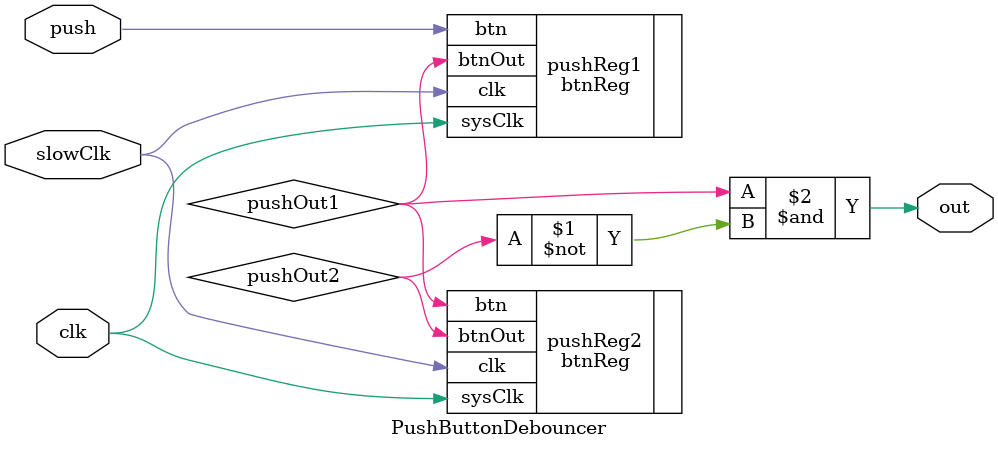
<source format=sv>
`timescale 1ns / 1ps
/* GOAL: Create a design that debounces an input signal from a pushbutton to create a reliable
 *      output.
 *
 * push is the pushbutton input that is to be debounced
 * clk is the clock signal provided by the Blackboard FPGA, which is divided into slowClk
 * out is the debounced output of the pushbutton
 *
 * Created by: MorphoCH22
 * Board used: RealDigital Blackboard (Xilinx XC7007S ZYNQ)
 */

module PushButtonDebouncer(
        input push, clk, slowClk,
        output out
    );
    
    wire pushOut1, pushOut2;
    
    btnReg pushReg1 (
              .btn(push),
              .sysClk(clk),
              .clk(slowClk),
              .btnOut(pushOut1)
              );
              
    btnReg pushReg2 (
              .btn(pushOut1),
              .sysClk(clk),
              .clk(slowClk),
              .btnOut(pushOut2)
              );
    
    assign out = pushOut1 & ~pushOut2;
    
endmodule

</source>
